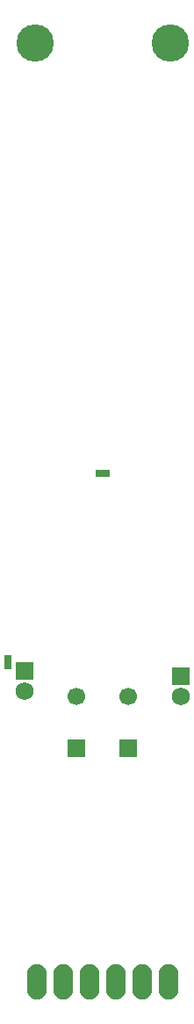
<source format=gbs>
G04 #@! TF.GenerationSoftware,KiCad,Pcbnew,(2017-06-12 revision 19d5cc754)-master*
G04 #@! TF.CreationDate,2018-05-15T00:46:58+02:00*
G04 #@! TF.ProjectId,RFID_BOARD_EM4095,524649445F424F4152445F454D343039,rev?*
G04 #@! TF.FileFunction,Soldermask,Bot*
G04 #@! TF.FilePolarity,Negative*
%FSLAX46Y46*%
G04 Gerber Fmt 4.6, Leading zero omitted, Abs format (unit mm)*
G04 Created by KiCad (PCBNEW (2017-06-12 revision 19d5cc754)-master) date 2018 May 15, Tuesday 00:46:58*
%MOMM*%
%LPD*%
G01*
G04 APERTURE LIST*
%ADD10C,0.100000*%
%ADD11C,3.600000*%
%ADD12R,1.400000X0.700000*%
%ADD13R,0.700000X1.400000*%
%ADD14C,1.700000*%
%ADD15R,1.700000X1.700000*%
%ADD16O,1.906220X3.414980*%
%ADD17R,1.750000X1.750000*%
%ADD18C,1.750000*%
G04 APERTURE END LIST*
D10*
D11*
X164000000Y-31000000D03*
X151000000Y-31000000D03*
D12*
X157500000Y-72500000D03*
D13*
X148400000Y-90700000D03*
D14*
X155000000Y-94000000D03*
D15*
X155000000Y-99000000D03*
D16*
X151150000Y-121500000D03*
X153690000Y-121500000D03*
X156230000Y-121500000D03*
X158770000Y-121500000D03*
X161310000Y-121500000D03*
X163850000Y-121500000D03*
D15*
X160000000Y-99000000D03*
D14*
X160000000Y-94000000D03*
D17*
X150000000Y-91500000D03*
D18*
X150000000Y-93500000D03*
X165050000Y-94000000D03*
D17*
X165050000Y-92000000D03*
M02*

</source>
